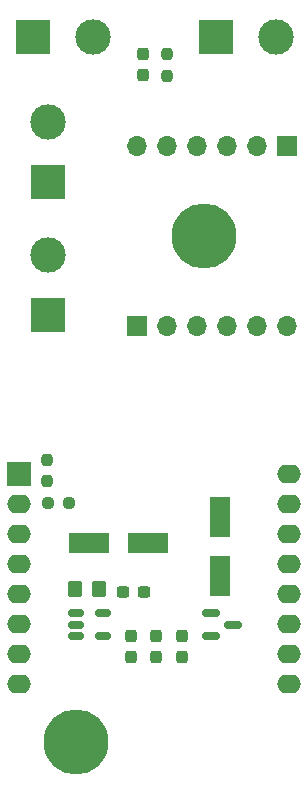
<source format=gbr>
%TF.GenerationSoftware,KiCad,Pcbnew,(6.0.6-0)*%
%TF.CreationDate,2023-03-25T13:57:32+01:00*%
%TF.ProjectId,bubblebutbot,62756262-6c65-4627-9574-626f742e6b69,rev?*%
%TF.SameCoordinates,Original*%
%TF.FileFunction,Soldermask,Top*%
%TF.FilePolarity,Negative*%
%FSLAX46Y46*%
G04 Gerber Fmt 4.6, Leading zero omitted, Abs format (unit mm)*
G04 Created by KiCad (PCBNEW (6.0.6-0)) date 2023-03-25 13:57:32*
%MOMM*%
%LPD*%
G01*
G04 APERTURE LIST*
G04 Aperture macros list*
%AMRoundRect*
0 Rectangle with rounded corners*
0 $1 Rounding radius*
0 $2 $3 $4 $5 $6 $7 $8 $9 X,Y pos of 4 corners*
0 Add a 4 corners polygon primitive as box body*
4,1,4,$2,$3,$4,$5,$6,$7,$8,$9,$2,$3,0*
0 Add four circle primitives for the rounded corners*
1,1,$1+$1,$2,$3*
1,1,$1+$1,$4,$5*
1,1,$1+$1,$6,$7*
1,1,$1+$1,$8,$9*
0 Add four rect primitives between the rounded corners*
20,1,$1+$1,$2,$3,$4,$5,0*
20,1,$1+$1,$4,$5,$6,$7,0*
20,1,$1+$1,$6,$7,$8,$9,0*
20,1,$1+$1,$8,$9,$2,$3,0*%
G04 Aperture macros list end*
%ADD10C,3.000000*%
%ADD11R,3.000000X3.000000*%
%ADD12RoundRect,0.237500X0.237500X-0.250000X0.237500X0.250000X-0.237500X0.250000X-0.237500X-0.250000X0*%
%ADD13RoundRect,0.237500X0.250000X0.237500X-0.250000X0.237500X-0.250000X-0.237500X0.250000X-0.237500X0*%
%ADD14O,1.700000X1.700000*%
%ADD15R,1.700000X1.700000*%
%ADD16RoundRect,0.237500X0.237500X-0.287500X0.237500X0.287500X-0.237500X0.287500X-0.237500X-0.287500X0*%
%ADD17C,5.500000*%
%ADD18RoundRect,0.250000X-0.350000X-0.450000X0.350000X-0.450000X0.350000X0.450000X-0.350000X0.450000X0*%
%ADD19RoundRect,0.150000X-0.512500X-0.150000X0.512500X-0.150000X0.512500X0.150000X-0.512500X0.150000X0*%
%ADD20R,3.500000X1.800000*%
%ADD21RoundRect,0.150000X-0.587500X-0.150000X0.587500X-0.150000X0.587500X0.150000X-0.587500X0.150000X0*%
%ADD22RoundRect,0.237500X-0.300000X-0.237500X0.300000X-0.237500X0.300000X0.237500X-0.300000X0.237500X0*%
%ADD23R,2.000000X2.000000*%
%ADD24O,2.000000X1.600000*%
%ADD25RoundRect,0.237500X-0.237500X0.300000X-0.237500X-0.300000X0.237500X-0.300000X0.237500X0.300000X0*%
%ADD26R,1.800000X3.500000*%
G04 APERTURE END LIST*
D10*
%TO.C,J6*%
X157000000Y-87210000D03*
D11*
X157000000Y-92290000D03*
%TD*%
D12*
%TO.C,R4*%
X156917500Y-115837500D03*
X156917500Y-117662500D03*
%TD*%
D13*
%TO.C,R3*%
X158750000Y-119500000D03*
X156925000Y-119500000D03*
%TD*%
D14*
%TO.C,J4*%
X177200000Y-104500000D03*
X174660000Y-104500000D03*
X172120000Y-104500000D03*
X169580000Y-104500000D03*
X167040000Y-104500000D03*
D15*
X164500000Y-104500000D03*
%TD*%
D12*
%TO.C,R2*%
X167010000Y-81507500D03*
X167010000Y-83332500D03*
%TD*%
D16*
%TO.C,D3*%
X165010000Y-81500000D03*
X165010000Y-83250000D03*
%TD*%
D17*
%TO.C,H2*%
X159300000Y-139700000D03*
%TD*%
%TO.C,H1*%
X170180800Y-96887500D03*
%TD*%
D11*
%TO.C,J5*%
X157000000Y-103540000D03*
D10*
X157000000Y-98460000D03*
%TD*%
D18*
%TO.C,R1*%
X161250000Y-126780000D03*
X159250000Y-126780000D03*
%TD*%
D19*
%TO.C,U3*%
X159312500Y-128850000D03*
X159312500Y-129800000D03*
X159312500Y-130750000D03*
X161587500Y-130750000D03*
X161587500Y-128850000D03*
%TD*%
D11*
%TO.C,J1*%
X171210000Y-80000000D03*
D10*
X176290000Y-80000000D03*
%TD*%
D11*
%TO.C,J2*%
X155710000Y-80000000D03*
D10*
X160790000Y-80000000D03*
%TD*%
D14*
%TO.C,J3*%
X164500000Y-89275000D03*
X167040000Y-89275000D03*
X169580000Y-89275000D03*
X172120000Y-89275000D03*
X174660000Y-89275000D03*
D15*
X177200000Y-89275000D03*
%TD*%
D20*
%TO.C,D1*%
X160400000Y-122894420D03*
X165400000Y-122894420D03*
%TD*%
D21*
%TO.C,Q1*%
X170762500Y-128850000D03*
X170762500Y-130750000D03*
X172637500Y-129800000D03*
%TD*%
D22*
%TO.C,C1*%
X163337500Y-127000000D03*
X165062500Y-127000000D03*
%TD*%
D23*
%TO.C,U1*%
X154520000Y-117000000D03*
D24*
X154520000Y-119540000D03*
X154520000Y-122080000D03*
X154520000Y-124620000D03*
X154520000Y-127160000D03*
X154520000Y-129700000D03*
X154520000Y-132240000D03*
X154520000Y-134780000D03*
X177380000Y-134780000D03*
X177380000Y-132240000D03*
X177380000Y-129700000D03*
X177380000Y-127160000D03*
X177380000Y-124620000D03*
X177380000Y-122080000D03*
X177380000Y-119540000D03*
X177380000Y-117000000D03*
%TD*%
D25*
%TO.C,C4*%
X168325000Y-130787500D03*
X168325000Y-132512500D03*
%TD*%
D26*
%TO.C,D2*%
X171500000Y-120700000D03*
X171500000Y-125700000D03*
%TD*%
D25*
%TO.C,C3*%
X166140000Y-130787500D03*
X166140000Y-132512500D03*
%TD*%
%TO.C,C2*%
X163955000Y-130787500D03*
X163955000Y-132512500D03*
%TD*%
M02*

</source>
